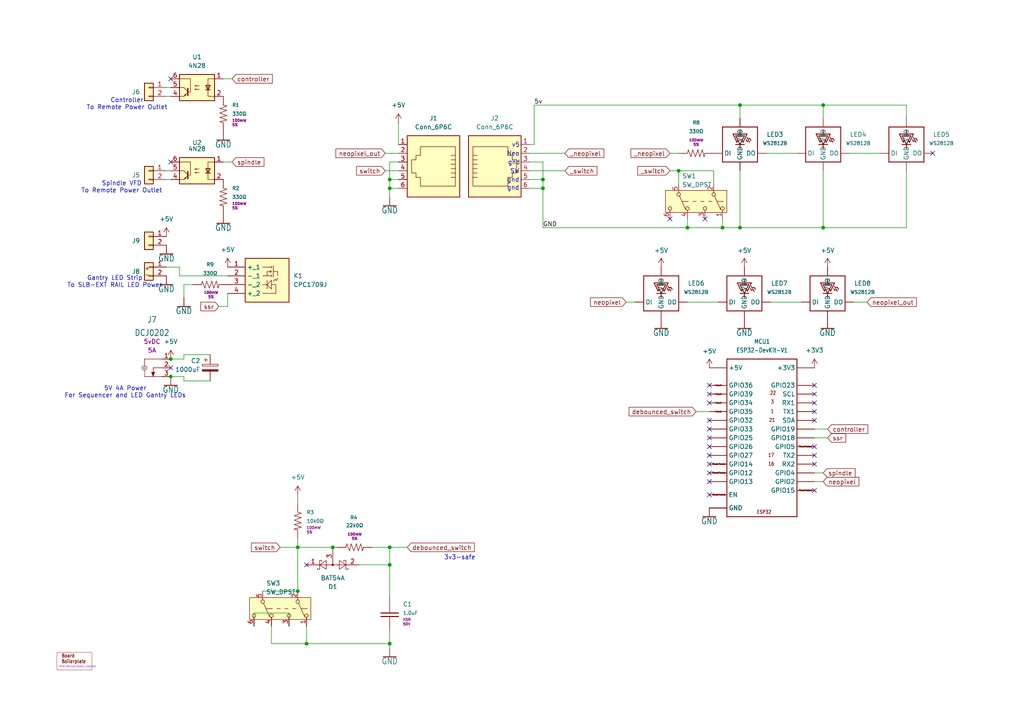
<source format=kicad_sch>
(kicad_sch (version 20250114) (generator "eeschema") (generator_version "9.0")
  (paper "A4")
  (title_block (title "Altmill Remote Power Sequencer") (date "2025-12-03") (rev "A") (company "SPCoast"))
  (lib_symbols
    (symbol "Device:C_Polarized" (pin_numbers (hide yes)) (pin_names (offset 0.254))
      (property "Reference" "C" (at 0.635 2.54 0))
      (property "Value" "C_Polarized" (at 0.635 -2.54 0))
      (symbol "C_Polarized_0_1"
        (rectangle (start -2.286 0.508) (end 2.286 1.016))
        (polyline (pts (xy -1.778 2.286) (xy -0.762 2.286)))
        (polyline (pts (xy -1.27 2.794) (xy -1.27 1.778)))
        (rectangle (start 2.286 -0.508) (end -2.286 -1.016) (fill (type outline)))
      )
      (symbol "C_Polarized_1_1"
        (pin passive line (at 0 3.81 270) (length 2.794) (name "~") (number "1"))
        (pin passive line (at 0 -3.81 90) (length 2.794) (name "~") (number "2"))
      )
    )
    (symbol "Diode:BAT54A" (pin_names (offset 1.016))
      (property "Reference" "D" (at 0.635 -3.81 0))
      (property "Value" "BAT54A" (at -6.35 3.175 0))
      (symbol "BAT54A_0_1"
        (polyline (pts (xy -4.445 1.27) (xy -4.445 1.016)))
        (polyline (pts (xy -3.81 1.27) (xy -4.445 1.27)))
        (polyline (pts (xy -3.81 0) (xy -1.27 0)))
        (polyline (pts (xy -3.81 -1.27) (xy -3.81 1.27)))
        (polyline (pts (xy -3.81 -1.27) (xy -3.175 -1.27)))
        (polyline (pts (xy -3.175 -1.27) (xy -3.175 -1.016)))
        (polyline (pts (xy -1.905 1.27) (xy -1.905 -1.27) (xy -3.81 0) (xy -1.905 1.27)))
        (polyline (pts (xy -1.905 0) (xy 1.905 0)))
        (circle (center 0 0) (radius 0.254) (fill (type outline)))
        (polyline (pts (xy 1.27 0) (xy 3.81 0)))
        (polyline (pts (xy 1.905 1.27) (xy 1.905 -1.27) (xy 3.81 0) (xy 1.905 1.27)))
        (polyline (pts (xy 3.175 -1.27) (xy 3.175 -1.016)))
        (polyline (pts (xy 3.81 1.27) (xy 4.445 1.27)))
        (polyline (pts (xy 3.81 -1.27) (xy 3.175 -1.27)))
        (polyline (pts (xy 3.81 -1.27) (xy 3.81 1.27)))
        (polyline (pts (xy 4.445 1.27) (xy 4.445 1.016)))
      )
      (symbol "BAT54A_1_1"
        (pin passive line (at -7.62 0 0) (length 3.81) (name "~") (number "1"))
        (pin passive line (at 0 -5.08 90) (length 5.08) (name "~") (number "3"))
        (pin passive line (at 7.62 0 180) (length 3.81) (name "~") (number "2"))
      )
    )
    (symbol "Isolator:4N28" (pin_names (offset 1.016))
      (property "Reference" "U" (at -5.08 5.08 0))
      (property "Value" "4N28" (at 0 5.08 0))
      (symbol "4N28_0_1"
        (rectangle (start -5.08 3.81) (end 5.08 -3.81) (stroke (width 0.254)) (fill (type background)))
        (polyline (pts (xy -5.08 -2.54) (xy -3.175 -2.54) (xy -3.175 2.54) (xy -5.08 2.54)))
        (polyline (pts (xy -3.81 -0.635) (xy -2.54 -0.635)) (stroke (width 0.254)))
        (polyline (pts (xy -3.175 -0.635) (xy -3.81 0.635) (xy -2.54 0.635) (xy -3.175 -0.635)) (stroke (width 0.254)))
        (polyline (pts (xy -0.635 0.508) (xy 0.635 0.508) (xy 0.254 0.381) (xy 0.254 0.635) (xy 0.635 0.508)))
        (polyline (pts (xy -0.635 -0.508) (xy 0.635 -0.508) (xy 0.254 -0.635) (xy 0.254 -0.381) (xy 0.635 -0.508)))
        (polyline (pts (xy 2.667 -0.254) (xy 2.667 -2.286) (xy 2.667 -2.286)) (stroke (width 0.3556)))
        (polyline (pts (xy 2.667 -1.143) (xy 3.81 0)))
        (polyline (pts (xy 2.667 -1.397) (xy 3.81 -2.54)))
        (polyline (pts (xy 3.683 -2.413) (xy 3.429 -1.905) (xy 3.175 -2.159) (xy 3.683 -2.413)))
        (polyline (pts (xy 3.81 0) (xy 5.08 0)))
        (polyline (pts (xy 3.81 -2.54) (xy 5.08 -2.54)))
        (polyline (pts (xy 5.08 2.54) (xy 1.905 2.54) (xy 1.905 -1.27) (xy 2.54 -1.27)))
      )
      (symbol "4N28_1_1"
        (pin passive line (at -7.62 2.54 0) (length 2.54) (name "~") (number "1"))
        (pin passive line (at -7.62 -2.54 0) (length 2.54) (name "~") (number "2"))
        (pin no_connect line (at -5.08 0 0) (length 2.54) (hide yes) (name "NC") (number "3"))
        (pin passive line (at 7.62 2.54 180) (length 2.54) (name "~") (number "6"))
        (pin passive line (at 7.62 0 180) (length 2.54) (name "~") (number "5"))
        (pin passive line (at 7.62 -2.54 180) (length 2.54) (name "~") (number "4"))
      )
    )
    (symbol "PCM_SPCoast:Board" (pin_numbers (hide yes)) (pin_names (offset 0) (hide yes))
      (symbol "Board_1_0"
        (polyline (pts (xy -5.08 2.286) (xy -5.08 0)) (stroke (width 0.0002)))
        (polyline (pts (xy -5.08 0) (xy -5.08 -2.286)) (stroke (width 0.0002)))
        (arc (start -5.08 2.286) (mid -5.0056 2.4656) (end -4.826 2.54) (stroke (width 0.0002)))
        (arc (start -4.826 -2.54) (mid -5.0056 -2.4656) (end -5.08 -2.286) (stroke (width 0.0002)))
        (polyline (pts (xy -4.826 -2.54) (xy -3.81 -2.54)) (stroke (width 0.0002)))
        (polyline (pts (xy -3.81 -2.54) (xy 4.826 -2.54)) (stroke (width 0.0002)))
        (polyline (pts (xy -1.27 2.54) (xy -4.826 2.54)) (stroke (width 0.0002)))
        (polyline (pts (xy 4.826 2.54) (xy -1.27 2.54)) (stroke (width 0.0002)))
        (arc (start 4.826 2.54) (mid 5.0056 2.4656) (end 5.08 2.286) (stroke (width 0.0002)))
        (arc (start 5.08 -2.286) (mid 5.0068 -2.4668) (end 4.826 -2.54) (stroke (width 0.0002)))
        (polyline (pts (xy 5.08 1.27) (xy 5.08 2.286)) (stroke (width 0.0002)))
        (polyline (pts (xy 5.08 -2.286) (xy 5.08 1.27)) (stroke (width 0.0002)))
        (text "Board\nBoilerplate" (at -3.81 -0.635 0) (effects (font (size 1.016 0.8636)) (justify left bottom)))
      )
    )
    (symbol "PCM_SPCoast:C" (pin_numbers (hide yes)) (pin_names (offset 0.254))
      (property "Reference" "C" (at 0.508 3.302 0))
      (property "Value" "uF" (at 0.762 1.27 0))
      (property "Temperature Coefficient" "X5R" (at 0.762 -2.032 0))
      (property "Voltage" "50V" (at 0.762 -3.302 0))
      (symbol "C_1_0"
        (polyline (pts (xy -2.54 0) (xy 2.54 0)) (stroke (width 0.3048)))
        (polyline (pts (xy -2.54 -1.016) (xy 2.54 -1.016)) (stroke (width 0.3048)))
        (polyline (pts (xy 0 2.54) (xy 0 0)) (stroke (width 0.1524)))
        (polyline (pts (xy 0 -1.016) (xy 0 -2.54)) (stroke (width 0.1524)))
        (pin passive line (at 0 5.08 270) (length 2.54) (name "1") (number "1"))
        (pin passive line (at 0 -5.08 90) (length 2.54) (name "2") (number "2"))
      )
    )
    (symbol "PCM_SPCoast:Conn_01x02" (pin_names (offset 1.016) (hide yes))
      (property "Reference" "J" (at 0 2.54 0))
      (symbol "Conn_01x02_1_1"
        (rectangle (start -1.27 1.27) (end 1.27 -3.81) (stroke (width 0.254)) (fill (type background)))
        (rectangle (start -1.27 0.127) (end 0 -0.127) (stroke (width 0.1524)))
        (rectangle (start -1.27 -2.413) (end 0 -2.667) (stroke (width 0.1524)))
        (pin passive line (at -5.08 0 0) (length 3.81) (name "Pin_1") (number "1"))
        (pin passive line (at -5.08 -2.54 0) (length 3.81) (name "Pin_2") (number "2"))
      )
    )
    (symbol "PCM_SPCoast:Conn_6P6C" (pin_names (offset 1.016))
      (property "Reference" "J" (at -6.858 8.89 0))
      (property "Value" "Conn_6P6C" (at 0.762 8.89 0))
      (symbol "Conn_6P6C_0_1"
        (polyline (pts (xy -6.35 4.445) (xy -6.35 -6.985) (xy 3.81 -6.985) (xy 3.81 -4.445) (xy 5.08 -4.445) (xy 5.08 -3.175) (xy 6.35 -3.175) (xy 6.35 0.635) (xy 5.08 0.635) (xy 5.08 1.905) (xy 3.81 1.905) (xy 3.81 4.445) (xy -6.35 4.445) (xy -6.35 4.445)))
        (polyline (pts (xy -6.35 1.905) (xy -5.08 1.905) (xy -5.08 1.905)))
        (polyline (pts (xy -6.35 0.635) (xy -5.08 0.635) (xy -5.08 0.635)))
        (polyline (pts (xy -6.35 -0.635) (xy -5.08 -0.635) (xy -5.08 -0.635)))
        (polyline (pts (xy -6.35 -1.905) (xy -5.08 -1.905) (xy -5.08 -1.905)))
        (polyline (pts (xy -6.35 -3.175) (xy -5.08 -3.175) (xy -5.08 -3.175)))
        (polyline (pts (xy -5.08 -4.445) (xy -6.35 -4.445) (xy -6.35 -4.445)))
        (rectangle (start 7.62 -10.16) (end -7.62 7.62) (stroke (width 0.254)) (fill (type background)))
      )
      (symbol "Conn_6P6C_1_1"
        (pin passive line (at 10.16 5.08 180) (length 2.54) (name "~") (number "1"))
        (pin passive line (at 10.16 2.54 180) (length 2.54) (name "~") (number "2"))
        (pin passive line (at 10.16 0 180) (length 2.54) (name "~") (number "3"))
        (pin passive line (at 10.16 -2.54 180) (length 2.54) (name "~") (number "4"))
        (pin passive line (at 10.16 -5.08 180) (length 2.54) (name "~") (number "5"))
        (pin passive line (at 10.16 -7.62 180) (length 2.54) (name "~") (number "6"))
      )
    )
    (symbol "PCM_SPCoast:Conn_DC-POWER"
      (property "Reference" "J" (at -0.254 4.826 0))
      (property "Value" "DCJ0202" (at -2.54 -6.35 0))
      (property "Voltage" "5vDC" (at -4.826 1.778 0))
      (property "Amperage" "3A" (at -6.096 -1.524 0))
      (symbol "Conn_DC-POWER_1_0"
        (polyline (pts (xy 0 2.54) (xy 0.005 0.3301)) (stroke (width 0.1524)))
        (polyline (pts (xy 0 2.54) (xy 5.08 2.54)) (stroke (width 0.1524)))
        (circle (center 0 0) (radius 0.3175) (stroke (width 0.127)))
        (arc (start 0.3175 0.635) (mid 0 -0.71) (end -0.3175 0.635) (stroke (width 0.127)))
        (polyline (pts (xy 0.003 -0.7781) (xy 0 -2.54)) (stroke (width 0.127)))
        (polyline (pts (xy 2.54 0) (xy 2.54 -2.54)) (stroke (width 0.1524)))
        (polyline (pts (xy 2.54 -2.54) (xy 0 -2.54)) (stroke (width 0.1524)))
        (polyline (pts (xy 2.54 -2.54) (xy 2.032 -1.27) (xy 3.048 -1.27)) (stroke (width 0.1524)) (fill (type outline)))
        (polyline (pts (xy 5.08 0) (xy 2.54 0)) (stroke (width 0.1524)))
        (polyline (pts (xy 5.08 -2.54) (xy 2.54 -2.54)) (stroke (width 0.1524)))
        (pin power_out line (at 7.62 2.54 180) (length 2.54) (name "1") (number "1"))
        (pin output line (at 7.62 0 180) (length 2.54) (name "2") (number "2"))
        (pin power_out line (at 7.62 -2.54 180) (length 2.54) (name "3") (number "3"))
      )
    )
    (symbol "PCM_SPCoast:GND" (power)
      (symbol "GND_1_0"
        (polyline (pts (xy -1.905 0) (xy 1.905 0)) (stroke (width 0.254)))
        (pin power_in line (at 0 2.54 270) (length 2.54) (name "GND") (number "1"))
      )
    )
    (symbol "PCM_SPCoast:MCU-ESP32_DevKit_V1" (pin_numbers (hide yes))
      (property "Reference" "MCU0" (at -10.16 24.13 0))
      (property "Value" "ESP32-DevKit-V1" (at -4.318 24.13 0))
      (symbol "MCU-ESP32_DevKit_V1_1_0"
        (polyline (pts (xy -10.16 22.86) (xy 10.16 22.86)) (stroke (width 0.254)))
        (polyline (pts (xy -10.16 -22.86) (xy -10.16 22.86)) (stroke (width 0.254)))
        (polyline (pts (xy 10.16 22.86) (xy 10.16 -22.86)) (stroke (width 0.254)))
        (polyline (pts (xy 10.16 -22.86) (xy -10.16 -22.86)) (stroke (width 0.254)))
        (text "Restricted" (at -14.478 -7.874 0) (effects (font (size 0.508 0.508)) (justify left bottom)))
        (text "Restricted" (at -14.478 -10.414 0) (effects (font (size 0.508 0.508)) (justify left bottom)))
        (text "Restricted" (at -14.478 -16.764 0) (effects (font (size 0.508 0.508)) (justify left bottom)))
        (text "Input" (at -13.716 14.986 0) (effects (font (size 0.508 0.508)) (justify left bottom)))
        (text "Input" (at -13.716 12.446 0) (effects (font (size 0.508 0.508)) (justify left bottom)))
        (text "Input" (at -13.716 9.906 0) (effects (font (size 0.508 0.508)) (justify left bottom)))
        (text "Input" (at -13.716 7.366 0) (effects (font (size 0.508 0.508)) (justify left bottom)))
        (text "ESP32" (at -1.524 -22.098 0) (effects (font (size 1.016 0.8636)) (justify left bottom)))
        (text "17" (at 1.778 -5.588 0) (effects (font (size 1.016 0.8636)) (justify left bottom)))
        (text "16" (at 1.778 -8.128 0) (effects (font (size 1.016 0.8636)) (justify left bottom)))
        (text "21" (at 2.032 4.572 0) (effects (font (size 1.016 0.8636)) (justify left bottom)))
        (text "22" (at 2.286 12.446 0) (effects (font (size 1.016 0.8636)) (justify left bottom)))
        (text "3" (at 2.54 9.906 0) (effects (font (size 1.016 0.8636)) (justify left bottom)))
        (text "1" (at 2.54 7.112 0) (effects (font (size 1.016 0.8636)) (justify left bottom)))
        (text "Restricted" (at 10.668 -2.794 0) (effects (font (size 0.508 0.508)) (justify left bottom)))
        (text "Restricted" (at 10.668 -15.494 0) (effects (font (size 0.508 0.508)) (justify left bottom)))
        (pin power_in line (at -15.24 20.32 0) (length 5.08) (name "+5V") (number "5V"))
        (pin input line (at -15.24 15.24 0) (length 5.08) (name "GPIO36") (number "IO36"))
        (pin input line (at -15.24 12.7 0) (length 5.08) (name "GPIO39") (number "IO39"))
        (pin input line (at -15.24 10.16 0) (length 5.08) (name "GPIO34") (number "IO34"))
        (pin input line (at -15.24 7.62 0) (length 5.08) (name "GPIO35") (number "IO35"))
        (pin bidirectional line (at -15.24 5.08 0) (length 5.08) (name "GPIO32") (number "IO32"))
        (pin bidirectional line (at -15.24 2.54 0) (length 5.08) (name "GPIO33") (number "IO33"))
        (pin bidirectional line (at -15.24 0 0) (length 5.08) (name "GPIO25") (number "IO25"))
        (pin bidirectional line (at -15.24 -2.54 0) (length 5.08) (name "GPIO26") (number "IO26"))
        (pin bidirectional line (at -15.24 -5.08 0) (length 5.08) (name "GPIO27") (number "IO27"))
        (pin bidirectional line (at -15.24 -7.62 0) (length 5.08) (name "GPIO14") (number "IO14"))
        (pin bidirectional line (at -15.24 -10.16 0) (length 5.08) (name "GPIO12") (number "IO12"))
        (pin bidirectional line (at -15.24 -12.7 0) (length 5.08) (name "GPIO13") (number "IO13"))
        (pin input line (at -15.24 -16.51 0) (length 5.08) (name "EN") (number "EN"))
        (pin power_in line (at -15.24 -20.32 0) (length 5.08) (name "GND") (number "GND"))
        (pin power_in line (at -15.24 -20.32 0) (length 5.08) (name "GND") (number "GND@1"))
        (pin power_out line (at 15.24 20.32 180) (length 5.08) (name "+3V3") (number "3V3"))
        (pin bidirectional line (at 15.24 15.24 180) (length 5.08) (name "GPIO23") (number "IO23"))
        (pin bidirectional line (at 15.24 12.7 180) (length 5.08) (name "SCL") (number "SCL"))
        (pin bidirectional line (at 15.24 10.16 180) (length 5.08) (name "RX1") (number "RX1"))
        (pin bidirectional line (at 15.24 7.62 180) (length 5.08) (name "TX1") (number "TX1"))
        (pin bidirectional line (at 15.24 5.08 180) (length 5.08) (name "SDA") (number "SDA"))
        (pin bidirectional line (at 15.24 2.54 180) (length 5.08) (name "GPIO19") (number "IO19"))
        (pin bidirectional line (at 15.24 0 180) (length 5.08) (name "GPIO18") (number "IO18"))
        (pin bidirectional line (at 15.24 -2.54 180) (length 5.08) (name "GPIO5") (number "IO5"))
        (pin bidirectional line (at 15.24 -5.08 180) (length 5.08) (name "TX2") (number "TX2"))
        (pin bidirectional line (at 15.24 -7.62 180) (length 5.08) (name "RX2") (number "RX2"))
        (pin bidirectional line (at 15.24 -10.16 180) (length 5.08) (name "GPIO4") (number "IO4"))
        (pin bidirectional line (at 15.24 -12.7 180) (length 5.08) (name "GPIO2") (number "IO2"))
        (pin bidirectional line (at 15.24 -15.24 180) (length 5.08) (name "GPIO15") (number "IO15"))
      )
    )
    (symbol "PCM_SPCoast:R" (pin_numbers (hide yes)) (pin_names (offset 0))
      (property "Reference" "R" (at 1.778 2.032 0))
      (property "Value" "Ω" (at 1.778 0.508 0))
      (property "W" "100mW" (at 1.778 -1.524 0))
      (property "Tolerance" "5%" (at 1.778 -2.794 0))
      (symbol "R_1_0"
        (polyline (pts (xy -1.016 1.524) (xy 1.016 1.016)) (stroke (width 0.1524)))
        (polyline (pts (xy -1.016 0.254) (xy 1.016 -0.508)) (stroke (width 0.1524)))
        (polyline (pts (xy -1.016 -1.016) (xy 1.016 -1.778)) (stroke (width 0.1524)))
        (polyline (pts (xy -1.016 -2.286) (xy 0 -2.54)) (stroke (width 0.1524)))
        (polyline (pts (xy 0 2.54) (xy 1.016 2.286)) (stroke (width 0.1524)))
        (polyline (pts (xy 1.016 2.286) (xy -1.016 1.524)) (stroke (width 0.1524)))
        (polyline (pts (xy 1.016 1.016) (xy -1.016 0.254)) (stroke (width 0.1524)))
        (polyline (pts (xy 1.016 -0.508) (xy -1.016 -1.016)) (stroke (width 0.1524)))
        (polyline (pts (xy 1.016 -1.778) (xy -1.016 -2.286)) (stroke (width 0.1524)))
        (pin passive line (at 0 5.08 270) (length 2.54) (name "1") (number "1"))
        (pin passive line (at 0 -5.08 90) (length 2.54) (name "2") (number "2"))
      )
    )
    (symbol "PCM_SPCoast:Relay_CPC1709J"
      (property "Reference" "K" (at 19.05 7.62 0))
      (property "Value" "Relay_CPC1709J" (at 19.05 5.08 0))
      (symbol "Relay_CPC1709J_0_1"
        (polyline (pts (xy 10.16 0) (xy 12.7 0)))
        (polyline (pts (xy 10.16 -2.54) (xy 11.43 -2.54) (xy 11.43 -1.27) (xy 12.3149 -1.2718)))
        (polyline (pts (xy 11.43 -2.54) (xy 12.7 -2.54)))
        (polyline (pts (xy 11.43 -5.08) (xy 10.16 -5.08)))
        (polyline (pts (xy 11.43 -5.08) (xy 11.43 -3.81)))
        (polyline (pts (xy 11.43 -5.08) (xy 11.43 -6.35) (xy 11.43 -5.08) (xy 12.7 -3.81) (xy 12.7 -6.35) (xy 11.43 -5.08)))
        (polyline (pts (xy 12.693 -2.2241) (xy 12.707 -2.8558)))
        (polyline (pts (xy 12.7 0.3368) (xy 12.7 -0.3368)))
        (polyline (pts (xy 12.7 -5.08) (xy 13.97 -5.08) (xy 13.97 -7.62) (xy 10.16 -7.62)))
        (polyline (pts (xy 12.7308 -1.2718) (xy 12.3115 -1.0078) (xy 12.3255 -1.5833) (xy 12.7325 -1.2745)))
        (polyline (pts (xy 13.2171 -1.2745) (xy 14.4871 -1.2745) (xy 14.4871 -2.5445)))
        (polyline (pts (xy 13.2238 0.4238) (xy 13.2098 -2.9168)))
        (polyline (pts (xy 13.7829 -3.5088) (xy 13.2044 -4.1823)))
        (polyline (pts (xy 13.8695 -3.4782) (xy 13.9677 -3.9133)))
        (polyline (pts (xy 14.6079 -3.1976) (xy 14.0294 -3.8711)))
      )
      (symbol "Relay_CPC1709J_1_1"
        (rectangle (start 5.08 2.54) (end 17.78 -10.16) (stroke (width 0.254)) (fill (type background)))
        (pin passive line (at 0 0 0) (length 5.08) (name "+_1") (number "1"))
        (pin passive line (at 0 -2.54 0) (length 5.08) (name "-_1") (number "2"))
        (pin passive line (at 0 -5.08 0) (length 5.08) (name "-_2") (number "3"))
        (pin passive line (at 0 -7.62 0) (length 5.08) (name "+_2") (number "4"))
      )
    )
    (symbol "PCM_SPCoast:WS2812B5050"
      (property "Reference" "LED" (at -5.08 8.89 0))
      (property "Value" "WS2812B" (at 0 -3.175 0))
      (symbol "WS2812B5050_1_0"
        (polyline (pts (xy -5.08 7.62) (xy -5.08 -2.54)) (stroke (width 0.254)))
        (polyline (pts (xy -5.08 -2.54) (xy 5.08 -2.54)) (stroke (width 0.254)))
        (polyline (pts (xy -2.032 5.588) (xy -0.254 5.588)) (stroke (width 0.254)))
        (polyline (pts (xy -1.27 5.08) (xy 0 5.08)) (stroke (width 0.254)))
        (polyline (pts (xy -1.27 2.54) (xy 0 2.54)) (stroke (width 0.254)))
        (polyline (pts (xy -0.889 3.175) (xy -2.032 5.588)) (stroke (width 0.254)))
        (polyline (pts (xy -0.635 3.81) (xy -1.27 5.08)) (stroke (width 0.254)))
        (polyline (pts (xy -0.635 3.81) (xy -0.889 3.175)) (stroke (width 0.254)))
        (polyline (pts (xy 0 6.731) (xy 0 5.08)) (stroke (width 0.254)))
        (polyline (pts (xy 0 5.08) (xy 1.27 5.08)) (stroke (width 0.254)))
        (polyline (pts (xy 0 2.54) (xy -0.635 3.81)) (stroke (width 0.254)))
        (polyline (pts (xy 0 2.54) (xy 0 1.27)) (stroke (width 0.254)))
        (polyline (pts (xy 0 2.54) (xy 1.27 2.54)) (stroke (width 0.254)))
        (polyline (pts (xy 0.889 3.175) (xy 0.635 3.683)) (stroke (width 0.254)))
        (polyline (pts (xy 0.889 3.175) (xy 2.032 5.588)) (stroke (width 0.254)))
        (polyline (pts (xy 1.27 5.08) (xy 0 2.54)) (stroke (width 0.254)))
        (polyline (pts (xy 2.032 5.588) (xy 0.254 5.588)) (stroke (width 0.254)))
        (polyline (pts (xy 2.032 3.429) (xy 1.778 3.937)) (stroke (width 0.254)))
        (polyline (pts (xy 2.286 4.064) (xy 2.032 4.572)) (stroke (width 0.254)))
        (polyline (pts (xy 2.54 3.683) (xy 2.032 3.429)) (stroke (width 0.254)))
        (polyline (pts (xy 2.794 4.318) (xy 2.286 4.064)) (stroke (width 0.254)))
        (polyline (pts (xy 2.794 3.175) (xy 2.54 3.683)) (stroke (width 0.254)))
        (polyline (pts (xy 3.175 3.683) (xy 2.921 4.191)) (stroke (width 0.254)))
        (polyline (pts (xy 5.08 7.62) (xy -5.08 7.62)) (stroke (width 0.254)))
        (polyline (pts (xy 5.08 -2.54) (xy 5.08 7.62)) (stroke (width 0.254)))
        (pin input line (at -7.62 0 0) (length 2.54) (name "DI") (number "4-DIN"))
        (pin power_in line (at 0 10.16 270) (length 2.54) (name "VDD") (number "1-VDD"))
        (pin power_in line (at 0 -5.08 90) (length 2.54) (name "GND") (number "3-GND"))
        (pin output line (at 7.62 0 180) (length 2.54) (name "DO") (number "2-DOUT"))
      )
    )
    (symbol "Switch:SW_Push_DPDT" (pin_names (offset 0) (hide yes))
      (property "Reference" "SW" (at 0 10.16 0))
      (property "Value" "SW_Push_DPDT" (at 0 -10.16 0))
      (symbol "SW_Push_DPDT_0_0"
        (circle (center -2.032 5.08) (radius 0.508))
        (circle (center -2.032 -5.08) (radius 0.508))
        (circle (center 2.032 2.54) (radius 0.508))
        (circle (center 2.032 -7.62) (radius 0.508))
      )
      (symbol "SW_Push_DPDT_0_1"
        (polyline (pts (xy -1.524 5.334) (xy 2.3368 7.0612)))
        (polyline (pts (xy -1.524 -4.826) (xy 2.3368 -3.0988)))
        (polyline (pts (xy 0 7.874) (xy 0 6.096)))
        (polyline (pts (xy 0 3.556) (xy 0 4.572)))
        (polyline (pts (xy 0 1.27) (xy 0 2.286)))
        (polyline (pts (xy 0 -1.016) (xy 0 0)))
        (polyline (pts (xy 0 -2.286) (xy 0 -4.064)))
        (circle (center 2.032 7.62) (radius 0.508))
        (circle (center 2.032 -2.54) (radius 0.508))
      )
      (symbol "SW_Push_DPDT_1_1"
        (rectangle (start -3.175 8.89) (end 3.175 -8.89) (fill (type background)))
        (pin passive line (at -5.08 5.08 0) (length 2.54) (name "B") (number "2"))
        (pin passive line (at -5.08 -5.08 0) (length 2.54) (name "B") (number "5"))
        (pin passive line (at 5.08 7.62 180) (length 2.54) (name "A") (number "1"))
        (pin passive line (at 5.08 2.54 180) (length 2.54) (name "C") (number "3"))
        (pin passive line (at 5.08 -2.54 180) (length 2.54) (name "A") (number "4"))
        (pin passive line (at 5.08 -7.62 180) (length 2.54) (name "C") (number "6"))
      )
    )
    (symbol "power:+3V3" (power) (pin_numbers (hide yes)) (pin_names (offset 0) (hide yes))
      (property "Value" "+3V3" (at 0 3.556 0))
      (symbol "+3V3_0_1"
        (polyline (pts (xy -0.762 1.27) (xy 0 2.54)))
        (polyline (pts (xy 0 2.54) (xy 0.762 1.27)))
        (polyline (pts (xy 0 0) (xy 0 2.54)))
      )
      (symbol "+3V3_1_1"
        (pin power_in line (at 0 0 90) (length 0) (name "~") (number "1"))
      )
    )
    (symbol "power:+5V" (power) (pin_numbers (hide yes)) (pin_names (offset 0) (hide yes))
      (property "Value" "+5V" (at 0 3.556 0))
      (symbol "+5V_0_1"
        (polyline (pts (xy -0.762 1.27) (xy 0 2.54)))
        (polyline (pts (xy 0 2.54) (xy 0.762 1.27)))
        (polyline (pts (xy 0 0) (xy 0 2.54)))
      )
      (symbol "+5V_1_1"
        (pin power_in line (at 0 0 90) (length 0) (name "~") (number "1"))
      )
    )
  )
  (text "Spindle VFD\nTo Remote Power Outlet" (at 35.306 54.356 0) (effects (font (size 1.27 1.27))))
  (text "v5" (at 149.606 42.164 0) (effects (font (size 1.27 1.27))))
  (text "Gantry LED Strip\nTo SLB-EXT RAIL LED Power" (at 33.274 81.788 0) (effects (font (size 1.27 1.27))))
  (text "gnd" (at 149.098 47.244 0) (effects (font (size 1.27 1.27))))
  (text "gnd" (at 148.844 52.324 0) (effects (font (size 1.27 1.27))))
  (text "gnd" (at 148.844 54.61 0) (effects (font (size 1.27 1.27))))
  (text "+\n-" (at 42.672 78.994 0) (effects (font (size 1.143 1.143))))
  (text "5V 4A Power\nFor Sequencer and LED Gantry LEDs" (at 36.322 113.792 0) (effects (font (size 1.27 1.27))))
  (text "SW" (at 149.352 49.784 0) (effects (font (size 1.27 1.27))))
  (text "3v3-safe" (at 133.35 161.798 0) (effects (font (size 1.27 1.27))))
  (text "Neo" (at 148.844 44.704 0) (effects (font (size 1.27 1.27))))
  (text "Controller\nTo Remote Power Outlet" (at 36.83 30.226 0) (effects (font (size 1.27 1.27))))
  (junction (at 113.03 163.83))
  (junction (at 113.03 52.07))
  (junction (at 49.53 109.22))
  (junction (at 113.03 158.75))
  (junction (at 209.55 66.04))
  (junction (at 238.76 30.48))
  (junction (at 196.85 49.53))
  (junction (at 96.52 158.75))
  (junction (at 157.48 52.07))
  (junction (at 199.39 66.04))
  (junction (at 49.53 104.14))
  (junction (at 214.63 66.04))
  (junction (at 113.03 186.69))
  (junction (at 214.63 30.48))
  (junction (at 113.03 54.61))
  (junction (at 238.76 66.04))
  (junction (at 86.36 158.75))
  (junction (at 157.48 54.61))
  (junction (at 88.9 186.69))
  (junction (at 86.36 171.45))
  (no_connect (at 236.22 119.38))
  (no_connect (at 236.22 116.84))
  (no_connect (at 205.74 116.84))
  (no_connect (at 88.9 163.83))
  (no_connect (at 205.74 129.54))
  (no_connect (at 49.53 106.68))
  (no_connect (at 205.74 132.08))
  (no_connect (at 205.74 121.92))
  (no_connect (at 205.74 137.16))
  (no_connect (at 205.74 124.46))
  (no_connect (at 236.22 132.08))
  (no_connect (at 205.74 111.76))
  (no_connect (at 236.22 134.62))
  (no_connect (at 236.22 142.24))
  (no_connect (at 49.53 46.99))
  (no_connect (at 205.74 114.3))
  (no_connect (at 205.74 139.7))
  (no_connect (at 205.74 134.62))
  (no_connect (at 205.74 127))
  (no_connect (at 236.22 114.3))
  (no_connect (at 236.22 111.76))
  (no_connect (at 194.31 63.5))
  (no_connect (at 204.47 63.5))
  (no_connect (at 270.51 44.45))
  (no_connect (at 236.22 121.92))
  (no_connect (at 49.53 22.86))
  (no_connect (at 236.22 129.54))
  (no_connect (at 205.74 143.51))
  (wire (pts (xy 196.85 49.53) (xy 207.01 49.53)))
  (wire (pts (xy 86.36 156.21) (xy 86.36 158.75)))
  (wire (pts (xy 52.07 77.47) (xy 48.26 77.47)))
  (wire (pts (xy 163.83 49.53) (xy 153.67 49.53)))
  (wire (pts (xy 223.52 87.63) (xy 232.41 87.63)))
  (wire (pts (xy 247.65 87.63) (xy 251.46 87.63)))
  (wire (pts (xy 199.39 66.04) (xy 209.55 66.04)))
  (wire (pts (xy 53.34 104.14) (xy 49.53 104.14)))
  (wire (pts (xy 205.74 119.38) (xy 201.93 119.38)))
  (wire (pts (xy 86.36 146.05) (xy 86.36 143.51)))
  (wire (pts (xy 115.57 46.99) (xy 113.03 46.99)))
  (wire (pts (xy 246.38 44.45) (xy 255.27 44.45)))
  (wire (pts (xy 240.03 127) (xy 236.22 127)))
  (wire (pts (xy 96.52 158.75) (xy 97.79 158.75)))
  (wire (pts (xy 157.48 54.61) (xy 153.67 54.61)))
  (wire (pts (xy 214.63 30.48) (xy 214.63 34.29)))
  (wire (pts (xy 207.01 49.53) (xy 207.01 53.34)))
  (wire (pts (xy 66.04 80.01) (xy 52.07 80.01)))
  (wire (pts (xy 199.39 66.04) (xy 199.39 63.5)))
  (wire (pts (xy 83.82 177.8) (xy 73.66 177.8)))
  (wire (pts (xy 236.22 124.46) (xy 240.03 124.46)))
  (wire (pts (xy 53.34 109.22) (xy 49.53 109.22)))
  (wire (pts (xy 113.03 186.69) (xy 113.03 187.96)))
  (wire (pts (xy 238.76 30.48) (xy 238.76 34.29)))
  (wire (pts (xy 88.9 186.69) (xy 113.03 186.69)))
  (wire (pts (xy 157.48 66.04) (xy 199.39 66.04)))
  (wire (pts (xy 238.76 66.04) (xy 262.89 66.04)))
  (wire (pts (xy 153.67 46.99) (xy 157.48 46.99)))
  (wire (pts (xy 157.48 46.99) (xy 157.48 52.07)))
  (wire (pts (xy 262.89 66.04) (xy 262.89 49.53)))
  (wire (pts (xy 48.26 52.07) (xy 49.53 52.07)))
  (wire (pts (xy 238.76 30.48) (xy 262.89 30.48)))
  (wire (pts (xy 104.14 163.83) (xy 113.03 163.83)))
  (wire (pts (xy 86.36 158.75) (xy 86.36 171.45)))
  (wire (pts (xy 113.03 46.99) (xy 113.03 52.07)))
  (wire (pts (xy 154.94 30.48) (xy 214.63 30.48)))
  (wire (pts (xy 78.74 186.69) (xy 88.9 186.69)))
  (wire (pts (xy 238.76 66.04) (xy 238.76 49.53)))
  (wire (pts (xy 209.55 66.04) (xy 209.55 63.5)))
  (wire (pts (xy 83.82 181.61) (xy 83.82 177.8)))
  (wire (pts (xy 262.89 30.48) (xy 262.89 34.29)))
  (wire (pts (xy 163.83 44.45) (xy 153.67 44.45)))
  (wire (pts (xy 157.48 66.04) (xy 157.48 54.61)))
  (wire (pts (xy 111.76 49.53) (xy 115.57 49.53)))
  (wire (pts (xy 73.66 177.8) (xy 73.66 181.61)))
  (wire (pts (xy 113.03 158.75) (xy 118.11 158.75)))
  (wire (pts (xy 53.34 102.87) (xy 53.34 104.14)))
  (wire (pts (xy 115.57 35.56) (xy 115.57 41.91)))
  (wire (pts (xy 194.31 49.53) (xy 196.85 49.53)))
  (wire (pts (xy 154.94 30.48) (xy 154.94 41.91)))
  (wire (pts (xy 48.26 49.53) (xy 49.53 49.53)))
  (wire (pts (xy 214.63 49.53) (xy 214.63 66.04)))
  (wire (pts (xy 60.96 102.87) (xy 53.34 102.87)))
  (wire (pts (xy 66.04 88.9) (xy 66.04 85.09)))
  (wire (pts (xy 222.25 44.45) (xy 231.14 44.45)))
  (wire (pts (xy 60.96 110.49) (xy 53.34 110.49)))
  (wire (pts (xy 88.9 186.69) (xy 88.9 181.61)))
  (wire (pts (xy 238.76 139.7) (xy 236.22 139.7)))
  (wire (pts (xy 113.03 163.83) (xy 113.03 172.72)))
  (wire (pts (xy 115.57 44.45) (xy 111.76 44.45)))
  (wire (pts (xy 214.63 66.04) (xy 238.76 66.04)))
  (wire (pts (xy 113.03 54.61) (xy 113.03 57.15)))
  (wire (pts (xy 181.61 87.63) (xy 184.15 87.63)))
  (wire (pts (xy 53.34 82.55) (xy 55.88 82.55)))
  (wire (pts (xy 64.77 22.86) (xy 67.31 22.86)))
  (wire (pts (xy 53.34 110.49) (xy 53.34 109.22)))
  (wire (pts (xy 64.77 46.99) (xy 67.31 46.99)))
  (wire (pts (xy 52.07 80.01) (xy 52.07 77.47)))
  (wire (pts (xy 196.85 49.53) (xy 196.85 53.34)))
  (wire (pts (xy 81.28 158.75) (xy 86.36 158.75)))
  (wire (pts (xy 209.55 66.04) (xy 214.63 66.04)))
  (wire (pts (xy 113.03 158.75) (xy 113.03 163.83)))
  (wire (pts (xy 194.31 44.45) (xy 196.85 44.45)))
  (wire (pts (xy 157.48 52.07) (xy 157.48 54.61)))
  (wire (pts (xy 115.57 54.61) (xy 113.03 54.61)))
  (wire (pts (xy 48.26 25.4) (xy 49.53 25.4)))
  (wire (pts (xy 154.94 41.91) (xy 153.67 41.91)))
  (wire (pts (xy 86.36 158.75) (xy 96.52 158.75)))
  (wire (pts (xy 76.2 171.45) (xy 86.36 171.45)))
  (wire (pts (xy 78.74 181.61) (xy 78.74 186.69)))
  (wire (pts (xy 153.67 52.07) (xy 157.48 52.07)))
  (wire (pts (xy 107.95 158.75) (xy 113.03 158.75)))
  (wire (pts (xy 214.63 30.48) (xy 238.76 30.48)))
  (wire (pts (xy 63.5 88.9) (xy 66.04 88.9)))
  (wire (pts (xy 53.34 82.55) (xy 53.34 86.36)))
  (wire (pts (xy 113.03 52.07) (xy 113.03 54.61)))
  (wire (pts (xy 48.26 27.94) (xy 49.53 27.94)))
  (wire (pts (xy 113.03 182.88) (xy 113.03 186.69)))
  (wire (pts (xy 199.39 87.63) (xy 208.28 87.63)))
  (wire (pts (xy 115.57 52.07) (xy 113.03 52.07)))
  (wire (pts (xy 236.22 137.16) (xy 238.76 137.16)))
  (label "GND" (at 157.48 66.04 0))
  (label "5v" (at 154.94 30.48 0))
  (global_label "neopixel_out" (shape input) (at 111.76 44.45 180) (property "Intersheetrefs" "${INTERSHEET_REFS}" (effects (hide yes))))
  (global_label "debounced_switch" (shape input) (at 118.11 158.75 0) (property "Intersheetrefs" "${INTERSHEET_REFS}" (effects (hide yes))))
  (global_label "spindle" (shape input) (at 67.31 46.99 0) (property "Intersheetrefs" "${INTERSHEET_REFS}" (effects (hide yes))))
  (global_label "_neopixel" (shape input) (at 163.83 44.45 0) (property "Intersheetrefs" "${INTERSHEET_REFS}" (effects (hide yes))))
  (global_label "neopixel" (shape input) (at 181.61 87.63 180) (property "Intersheetrefs" "${INTERSHEET_REFS}" (effects (hide yes))))
  (global_label "controller" (shape input) (at 67.31 22.86 0) (property "Intersheetrefs" "${INTERSHEET_REFS}" (effects (hide yes))))
  (global_label "ssr" (shape input) (at 63.5 88.9 180) (property "Intersheetrefs" "${INTERSHEET_REFS}" (effects (hide yes))))
  (global_label "switch" (shape input) (at 111.76 49.53 180) (property "Intersheetrefs" "${INTERSHEET_REFS}" (effects (hide yes))))
  (global_label "_switch" (shape input) (at 194.31 49.53 180) (property "Intersheetrefs" "${INTERSHEET_REFS}" (effects (hide yes))))
  (global_label "_neopixel" (shape input) (at 194.31 44.45 180) (property "Intersheetrefs" "${INTERSHEET_REFS}" (effects (hide yes))))
  (global_label "switch" (shape input) (at 81.28 158.75 180) (property "Intersheetrefs" "${INTERSHEET_REFS}" (effects (hide yes))))
  (global_label "debounced_switch" (shape input) (at 201.93 119.38 180) (property "Intersheetrefs" "${INTERSHEET_REFS}" (effects (hide yes))))
  (global_label "neopixel" (shape input) (at 238.76 139.7 0) (property "Intersheetrefs" "${INTERSHEET_REFS}" (effects (hide yes))))
  (global_label "controller" (shape input) (at 240.03 124.46 0) (property "Intersheetrefs" "${INTERSHEET_REFS}" (effects (hide yes))))
  (global_label "neopixel_out" (shape input) (at 251.46 87.63 0) (property "Intersheetrefs" "${INTERSHEET_REFS}" (effects (hide yes))))
  (global_label "spindle" (shape input) (at 238.76 137.16 0) (property "Intersheetrefs" "${INTERSHEET_REFS}" (effects (hide yes))))
  (global_label "ssr" (shape input) (at 240.03 127 0) (property "Intersheetrefs" "${INTERSHEET_REFS}" (effects (hide yes))))
  (global_label "_switch" (shape input) (at 163.83 49.53 0) (property "Intersheetrefs" "${INTERSHEET_REFS}" (effects (hide yes))))
  (symbol (lib_id "PCM_SPCoast:GND") (at 53.34 88.9 0) (unit 1)
    (property "Reference" "#GND010" (effects (hide yes)))
    (property "Value" "GND" (at 53.34 90.17 0) (effects (font (size 1.778 1.5113))))
    (property "Description" "SUPPLY SYMBOL" (effects (hide yes)))
  )
  (symbol (lib_id "PCM_SPCoast:GND") (at 48.26 82.55 0) (unit 1)
    (property "Reference" "#GND011" (effects (hide yes)))
    (property "Value" "GND" (at 48.26 83.82 0) (effects (font (size 1.778 1.5113))))
    (property "Description" "SUPPLY SYMBOL" (effects (hide yes)))
  )
  (symbol (lib_id "power:+3V3") (at 236.22 106.68 0) (unit 1)
    (property "Reference" "#PWR05" (effects (hide yes)))
    (property "Value" "+3V3" (at 236.22 101.6 0))
    (property "Description" "Power symbol creates a global label with name \"+3V3\"" (effects (hide yes)))
  )
  (symbol (lib_id "PCM_SPCoast:R") (at 64.77 33.02 0) (unit 1)
    (property "Reference" "R1" (at 67.31 30.4799 0) (effects (font (size 1.016 1.016)) (justify left)))
    (property "Value" "330Ω" (at 67.31 33.0199 0) (effects (font (size 1.016 1.016)) (justify left)))
    (property "Footprint" "PCM_SPCoast:0603-RES" (effects (hide yes)))
    (property "Description" "Resistor, US symbol" (effects (hide yes)))
    (property "W" "100mW" (at 67.31 34.925 0) (effects (font (size 0.762 0.762)) (justify left)))
    (property "Tolerance" "5%" (at 67.31 36.195 0) (effects (font (size 0.762 0.762)) (justify left)))
  )
  (symbol (lib_id "PCM_SPCoast:MCU-ESP32_DevKit_V1") (at 220.98 127 0) (unit 1) (in_bom no)
    (property "Reference" "MCU1" (at 221.0305 99.06 0) (effects (font (size 1.27 1.0795))))
    (property "Value" "ESP32-DevKit-V1" (at 221.0305 101.6 0) (effects (font (size 1.27 1.0795))))
    (property "Footprint" "PCM_SPCoast:ESP32_DevKit_V1" (effects (hide yes)))
    (property "Description" "https://www.banggood.com/ESP32-Development-Board-WiFiBluetooth-Ultra-Low-Power-Consumption-Dual-Cores-ESP-32-ESP-32S-Board-p-1109512.html" (effects (hide yes)))
  )
  (symbol (lib_id "PCM_SPCoast:WS2812B5050") (at 238.76 44.45 0) (unit 1)
    (property "Reference" "LED4" (at 248.92 39.0046 0))
    (property "Value" "WS2812B" (at 248.92 41.5446 0) (effects (font (size 1.016 1.016))))
    (property "Footprint" "PCM_SPCoast:WS2812B" (effects (hide yes)))
  )
  (symbol (lib_id "PCM_SPCoast:Conn_DC-POWER") (at 41.91 106.68 0) (unit 1) (in_bom no)
    (property "Reference" "J7" (at 44.1013 92.71 0) (effects (font (size 1.778 1.5113))))
    (property "Value" "DCJ0202" (at 44.1013 96.52 0) (effects (font (size 1.778 1.5113))))
    (property "Footprint" "PCM_SPCoast:DCJ0202" (effects (hide yes)))
    (property "Description" "DC POWER JACK" (effects (hide yes)))
    (property "Voltage" "5vDC" (at 44.1013 99.06 0))
    (property "Amperage" "5A" (at 44.1013 101.6 0))
  )
  (symbol (lib_id "PCM_SPCoast:R") (at 64.77 57.15 0) (unit 1)
    (property "Reference" "R2" (at 67.31 54.6099 0) (effects (font (size 1.016 1.016)) (justify left)))
    (property "Value" "330Ω" (at 67.31 57.1499 0) (effects (font (size 1.016 1.016)) (justify left)))
    (property "Footprint" "PCM_SPCoast:0603-RES" (effects (hide yes)))
    (property "Description" "Resistor, US symbol" (effects (hide yes)))
    (property "W" "100mW" (at 67.31 59.055 0) (effects (font (size 0.762 0.762)) (justify left)))
    (property "Tolerance" "5%" (at 67.31 60.325 0) (effects (font (size 0.762 0.762)) (justify left)))
  )
  (symbol (lib_id "PCM_SPCoast:Conn_6P6C") (at 143.51 46.99 0) (unit 1) (in_bom no)
    (property "Reference" "J2" (at 143.51 34.29 0))
    (property "Value" "Conn_6P6C" (at 143.51 36.83 0))
    (property "Footprint" "PCM_SPCoast:RJ12_TOP" (effects (hide yes)))
    (property "Description" "RJ connector, 6P6C (6 positions 6 connected), RJ12/RJ18/RJ25" (effects (hide yes)))
  )
  (symbol (lib_id "PCM_SPCoast:Conn_01x02") (at 43.18 49.53 0) (mirror y) (unit 1) (in_bom no)
    (property "Reference" "J5" (at 40.64 50.7999 0) (effects (justify left)))
    (property "Value" "Conn_01x02" (effects (hide yes)))
    (property "Footprint" "TerminalBlock_Phoenix:TerminalBlock_Phoenix_MKDS-3-2-5.08_1x02_P5.08mm_Horizontal" (effects (hide yes)))
    (property "Description" "Generic connector, single row, 01x02" (effects (hide yes)))
  )
  (symbol (lib_id "PCM_SPCoast:GND") (at 205.74 149.86 0) (unit 1)
    (property "Reference" "#GND06" (effects (hide yes)))
    (property "Value" "GND" (at 205.74 151.13 0) (effects (font (size 1.778 1.5113))))
    (property "Description" "SUPPLY SYMBOL" (effects (hide yes)))
  )
  (symbol (lib_id "PCM_SPCoast:Board") (at 21.59 191.77 0) (unit 1) (in_bom no)
    (property "Reference" "Board1" (effects (hide yes)))
    (property "Footprint" "PCM_SPCoast:Board_100x050" (at 16.891 193.294 0) (effects (font (size 0.508 0.508)) (justify left)))
    (property "Description" "Board Outline" (effects (hide yes)))
  )
  (symbol (lib_id "PCM_SPCoast:R") (at 201.93 44.45 90) (unit 1)
    (property "Reference" "R8" (at 201.93 35.56 90) (effects (font (size 1.016 1.016))))
    (property "Value" "330Ω" (at 201.93 38.1 90) (effects (font (size 1.016 1.016))))
    (property "Footprint" "PCM_SPCoast:0603-RES" (effects (hide yes)))
    (property "Description" "Resistor, US symbol" (effects (hide yes)))
    (property "W" "100mW" (at 201.93 40.64 90) (effects (font (size 0.762 0.762))))
    (property "Tolerance" "5%" (at 201.93 41.91 90) (effects (font (size 0.762 0.762))))
  )
  (symbol (lib_id "power:+5V") (at 48.26 68.58 0) (unit 1)
    (property "Reference" "#PWR010" (effects (hide yes)))
    (property "Value" "+5V" (at 48.26 63.5 0))
    (property "Description" "Power symbol creates a global label with name \"+5V\"" (effects (hide yes)))
  )
  (symbol (lib_id "power:+5V") (at 49.53 104.14 0) (unit 1)
    (property "Reference" "#PWR02" (effects (hide yes)))
    (property "Value" "+5V" (at 49.53 99.06 0))
    (property "Description" "Power symbol creates a global label with name \"+5V\"" (effects (hide yes)))
  )
  (symbol (lib_id "PCM_SPCoast:GND") (at 49.53 111.76 0) (unit 1)
    (property "Reference" "#GND07" (effects (hide yes)))
    (property "Value" "GND" (at 49.53 113.03 0) (effects (font (size 1.778 1.5113))))
    (property "Description" "SUPPLY SYMBOL" (effects (hide yes)))
  )
  (symbol (lib_id "PCM_SPCoast:R") (at 86.36 151.13 0) (unit 1)
    (property "Reference" "R3" (at 88.9 148.5899 0) (effects (font (size 1.016 1.016)) (justify left)))
    (property "Value" "10k0Ω" (at 88.9 151.1299 0) (effects (font (size 1.016 1.016)) (justify left)))
    (property "Footprint" "PCM_SPCoast:0603-RES" (effects (hide yes)))
    (property "Description" "Resistor, US symbol" (effects (hide yes)))
    (property "W" "100mW" (at 88.9 153.035 0) (effects (font (size 0.762 0.762)) (justify left)))
    (property "Tolerance" "5%" (at 88.9 154.305 0) (effects (font (size 0.762 0.762)) (justify left)))
  )
  (symbol (lib_id "PCM_SPCoast:GND") (at 215.9 95.25 0) (unit 1)
    (property "Reference" "#GND08" (effects (hide yes)))
    (property "Value" "GND" (at 215.9 96.52 0) (effects (font (size 1.778 1.5113))))
    (property "Description" "SUPPLY SYMBOL" (effects (hide yes)))
  )
  (symbol (lib_id "PCM_SPCoast:Conn_01x02") (at 43.18 68.58 0) (mirror y) (unit 1) (in_bom no)
    (property "Reference" "J9" (at 40.64 69.8499 0) (effects (justify left)))
    (property "Value" "Conn_01x02" (effects (hide yes)))
    (property "Footprint" "TerminalBlock_Phoenix:TerminalBlock_Phoenix_MKDS-3-2-5.08_1x02_P5.08mm_Horizontal" (effects (hide yes)))
    (property "Description" "Generic connector, single row, 01x02" (effects (hide yes)))
  )
  (symbol (lib_id "PCM_SPCoast:GND") (at 48.26 73.66 0) (unit 1)
    (property "Reference" "#GND012" (effects (hide yes)))
    (property "Value" "GND" (at 48.26 74.93 0) (effects (font (size 1.778 1.5113))))
    (property "Description" "SUPPLY SYMBOL" (effects (hide yes)))
  )
  (symbol (lib_id "PCM_SPCoast:GND") (at 64.77 40.64 0) (unit 1)
    (property "Reference" "#GND01" (effects (hide yes)))
    (property "Value" "GND" (at 64.77 41.91 0) (effects (font (size 1.778 1.5113))))
    (property "Description" "SUPPLY SYMBOL" (effects (hide yes)))
  )
  (symbol (lib_id "Isolator:4N28") (at 57.15 25.4 0) (mirror y) (unit 1) (in_bom no)
    (property "Reference" "U1" (at 57.15 16.51 0))
    (property "Value" "4N28" (at 57.15 19.05 0))
    (property "Footprint" "Package_DIP:DIP-6_W7.62mm" (effects (hide yes)))
    (property "Datasheet" "https://www.vishay.com/docs/83725/4n25.pdf" (effects (hide yes)))
    (property "Description" "DC Optocoupler Base Connected, Vce 30V, CTR 10%, Viso 2500V, DIP6" (effects (hide yes)))
  )
  (symbol (lib_id "PCM_SPCoast:WS2812B5050") (at 191.77 87.63 0) (unit 1)
    (property "Reference" "LED6" (at 201.93 82.1846 0))
    (property "Value" "WS2812B" (at 201.93 84.7246 0) (effects (font (size 1.016 1.016))))
    (property "Footprint" "PCM_SPCoast:WS2812B" (effects (hide yes)))
  )
  (symbol (lib_id "PCM_SPCoast:Conn_01x02") (at 43.18 77.47 0) (mirror y) (unit 1) (in_bom no)
    (property "Reference" "J8" (at 40.64 78.7399 0) (effects (justify left)))
    (property "Value" "Conn_01x02" (effects (hide yes)))
    (property "Footprint" "TerminalBlock_Phoenix:TerminalBlock_Phoenix_MKDS-3-2-5.08_1x02_P5.08mm_Horizontal" (effects (hide yes)))
    (property "Description" "Generic connector, single row, 01x02" (effects (hide yes)))
  )
  (symbol (lib_id "power:+5V") (at 240.03 77.47 0) (unit 1)
    (property "Reference" "#PWR09" (effects (hide yes)))
    (property "Value" "+5V" (at 240.03 72.644 0))
    (property "Description" "Power symbol creates a global label with name \"+5V\"" (effects (hide yes)))
  )
  (symbol (lib_id "PCM_SPCoast:GND") (at 113.03 190.5 0) (unit 1)
    (property "Reference" "#GND05" (effects (hide yes)))
    (property "Value" "GND" (at 113.03 191.77 0) (effects (font (size 1.778 1.5113))))
    (property "Description" "SUPPLY SYMBOL" (effects (hide yes)))
  )
  (symbol (lib_id "PCM_SPCoast:Conn_6P6C") (at 125.73 46.99 0) (mirror y) (unit 1) (in_bom no)
    (property "Reference" "J1" (at 125.73 34.29 0))
    (property "Value" "Conn_6P6C" (at 125.73 36.83 0))
    (property "Footprint" "PCM_SPCoast:RJ12_Amphenol_54601-x06_Horizontal" (effects (hide yes)))
    (property "Description" "RJ connector, 6P6C (6 positions 6 connected), RJ12/RJ18/RJ25" (effects (hide yes)))
  )
  (symbol (lib_id "PCM_SPCoast:C") (at 113.03 177.8 0) (unit 1)
    (property "Reference" "C1" (at 116.84 175.2599 0) (effects (justify left)))
    (property "Value" "1.0uF" (at 116.84 177.7999 0) (effects (font (size 1.016 1.016)) (justify left)))
    (property "Footprint" "PCM_SPCoast:0603-CAP" (effects (hide yes)))
    (property "Description" "Unpolarized capacitor" (effects (hide yes)))
    (property "Temperature Coefficient" "X5R" (at 116.84 179.705 0) (effects (font (size 0.762 0.762)) (justify left)))
    (property "Voltage" "50V" (at 116.84 180.975 0) (effects (font (size 0.762 0.762)) (justify left)))
  )
  (symbol (lib_id "PCM_SPCoast:Relay_CPC1709J") (at 66.04 77.47 0) (unit 1) (in_bom no)
    (property "Reference" "K1" (at 85.09 80.0099 0) (effects (justify left)))
    (property "Value" "CPC1709J" (at 85.09 82.5499 0) (effects (justify left)))
    (property "Footprint" "PCM_SPCoast:Relay_CPC1709J" (effects (hide yes)))
    (property "Datasheet" "https://www.littelfuse.com/media?resourcetype=datasheets&itemid=542a0e2b-9dbe-4c28-83b0-704319326024&filename=littelfuse-integrated-circuits-cpc1709-series-datasheet" (effects (hide yes)))
    (property "Description" "60V Single-Pole, Normally Open DC-Only Power Relay" (effects (hide yes)))
    (property "Height" "29.159" (effects (hide yes)))
    (property "Mouser Part Number" "849-CPC1709J" (effects (hide yes)))
    (property "Mouser Price/Stock" "https://www.mouser.co.uk/ProductDetail/IXYS-Integrated-Circuits/CPC1709J?qs=h2iAtNzNjMSNTqluJg%2Fd9A%3D%3D" (effects (hide yes)))
    (property "Manufacturer_Name" "LITTELFUSE" (effects (hide yes)))
    (property "Manufacturer_Part_Number" "CPC1709J" (effects (hide yes)))
  )
  (symbol (lib_id "PCM_SPCoast:R") (at 60.96 82.55 90) (unit 1)
    (property "Reference" "R9" (at 60.96 76.708 90) (effects (font (size 1.016 1.016))))
    (property "Value" "330Ω" (at 60.96 79.248 90) (effects (font (size 1.016 1.016))))
    (property "Footprint" "PCM_SPCoast:0603-RES" (effects (hide yes)))
    (property "Description" "Resistor, US symbol" (effects (hide yes)))
    (property "W" "100mW" (at 61.214 84.836 90) (effects (font (size 0.762 0.762))))
    (property "Tolerance" "5%" (at 61.214 86.106 90) (effects (font (size 0.762 0.762))))
  )
  (symbol (lib_id "PCM_SPCoast:GND") (at 191.77 95.25 0) (unit 1)
    (property "Reference" "#GND09" (effects (hide yes)))
    (property "Value" "GND" (at 191.77 96.52 0) (effects (font (size 1.778 1.5113))))
    (property "Description" "SUPPLY SYMBOL" (effects (hide yes)))
  )
  (symbol (lib_id "PCM_SPCoast:WS2812B5050") (at 240.03 87.63 0) (unit 1)
    (property "Reference" "LED8" (at 250.19 82.1846 0))
    (property "Value" "WS2812B" (at 250.19 84.7246 0) (effects (font (size 1.016 1.016))))
    (property "Footprint" "PCM_SPCoast:WS2812B" (effects (hide yes)))
  )
  (symbol (lib_id "power:+5V") (at 205.74 106.68 0) (unit 1)
    (property "Reference" "#PWR04" (effects (hide yes)))
    (property "Value" "+5V" (at 205.74 101.854 0))
    (property "Description" "Power symbol creates a global label with name \"+5V\"" (effects (hide yes)))
  )
  (symbol (lib_id "PCM_SPCoast:GND") (at 113.03 59.69 0) (mirror y) (unit 1)
    (property "Reference" "#GND03" (effects (hide yes)))
    (property "Value" "GND" (at 113.03 60.96 0) (effects (font (size 1.778 1.5113))))
    (property "Description" "SUPPLY SYMBOL" (effects (hide yes)))
  )
  (symbol (lib_id "Diode:BAT54A") (at 96.52 163.83 0) (mirror x) (unit 1)
    (property "Reference" "D1" (at 96.52 170.18 0))
    (property "Value" "BAT54A" (at 96.52 167.64 0))
    (property "Footprint" "Package_TO_SOT_SMD:SOT-23" (effects (hide yes)))
    (property "Datasheet" "http://www.diodes.com/_files/datasheets/ds11005.pdf" (effects (hide yes)))
    (property "Description" "schottky barrier diode" (effects (hide yes)))
    (property "Sim.Device" "D" (effects (hide yes)))
    (property "Sim.Pins" "1=K 2=A" (effects (hide yes)))
  )
  (symbol (lib_id "power:+5V") (at 215.9 77.47 0) (unit 1)
    (property "Reference" "#PWR08" (effects (hide yes)))
    (property "Value" "+5V" (at 215.9 72.644 0))
    (property "Description" "Power symbol creates a global label with name \"+5V\"" (effects (hide yes)))
  )
  (symbol (lib_id "Device:C_Polarized") (at 60.96 106.68 0) (unit 1) (in_bom no)
    (property "Reference" "C2" (at 55.372 104.648 0) (effects (justify left)))
    (property "Value" "1000uF" (at 50.8 107.188 0) (effects (justify left)))
    (property "Footprint" "Capacitor_THT:CP_Radial_D8.0mm_P3.50mm" (effects (hide yes)))
    (property "Description" "Polarized capacitor" (effects (hide yes)))
  )
  (symbol (lib_id "Isolator:4N28") (at 57.15 49.53 0) (mirror y) (unit 1) (in_bom no)
    (property "Reference" "U2" (at 57.15 41.402 0))
    (property "Value" "4N28" (at 57.15 43.18 0))
    (property "Footprint" "Package_DIP:DIP-6_W7.62mm" (effects (hide yes)))
    (property "Datasheet" "https://www.vishay.com/docs/83725/4n25.pdf" (effects (hide yes)))
    (property "Description" "DC Optocoupler Base Connected, Vce 30V, CTR 10%, Viso 2500V, DIP6" (effects (hide yes)))
  )
  (symbol (lib_id "power:+5V") (at 115.57 35.56 0) (mirror y) (unit 1)
    (property "Reference" "#PWR01" (effects (hide yes)))
    (property "Value" "+5V" (at 115.57 30.48 0))
    (property "Description" "Power symbol creates a global label with name \"+5V\"" (effects (hide yes)))
  )
  (symbol (lib_id "PCM_SPCoast:R") (at 102.87 158.75 90) (unit 1)
    (property "Reference" "R4" (at 102.616 150.114 90) (effects (font (size 1.016 1.016))))
    (property "Value" "22k0Ω" (at 102.87 152.4 90) (effects (font (size 1.016 1.016))))
    (property "Footprint" "PCM_SPCoast:0603-RES" (effects (hide yes)))
    (property "Description" "Resistor, US symbol" (effects (hide yes)))
    (property "W" "100mW" (at 102.87 154.94 90) (effects (font (size 0.762 0.762))))
    (property "Tolerance" "5%" (at 102.87 156.21 90) (effects (font (size 0.762 0.762))))
  )
  (symbol (lib_id "PCM_SPCoast:GND") (at 64.77 64.77 0) (unit 1)
    (property "Reference" "#GND02" (effects (hide yes)))
    (property "Value" "GND" (at 64.77 66.04 0) (effects (font (size 1.778 1.5113))))
    (property "Description" "SUPPLY SYMBOL" (effects (hide yes)))
  )
  (symbol (lib_id "power:+5V") (at 191.77 77.47 0) (unit 1)
    (property "Reference" "#PWR07" (effects (hide yes)))
    (property "Value" "+5V" (at 191.77 72.644 0))
    (property "Description" "Power symbol creates a global label with name \"+5V\"" (effects (hide yes)))
  )
  (symbol (lib_id "PCM_SPCoast:WS2812B5050") (at 214.63 44.45 0) (unit 1)
    (property "Reference" "LED3" (at 224.79 39.0046 0))
    (property "Value" "WS2812B" (at 224.79 41.5446 0) (effects (font (size 1.016 1.016))))
    (property "Footprint" "PCM_SPCoast:WS2812B" (effects (hide yes)))
  )
  (symbol (lib_id "PCM_SPCoast:Conn_01x02") (at 43.18 25.4 0) (mirror y) (unit 1) (in_bom no)
    (property "Reference" "J6" (at 40.64 26.6699 0) (effects (justify left)))
    (property "Value" "Conn_01x02" (effects (hide yes)))
    (property "Footprint" "TerminalBlock_Phoenix:TerminalBlock_Phoenix_MKDS-3-2-5.08_1x02_P5.08mm_Horizontal" (effects (hide yes)))
    (property "Description" "Generic connector, single row, 01x02" (effects (hide yes)))
  )
  (symbol (lib_id "PCM_SPCoast:GND") (at 240.03 95.25 0) (unit 1)
    (property "Reference" "#GND04" (effects (hide yes)))
    (property "Value" "GND" (at 240.03 96.52 0) (effects (font (size 1.778 1.5113))))
    (property "Description" "SUPPLY SYMBOL" (effects (hide yes)))
  )
  (symbol (lib_id "PCM_SPCoast:WS2812B5050") (at 215.9 87.63 0) (unit 1)
    (property "Reference" "LED7" (at 226.06 82.1846 0))
    (property "Value" "WS2812B" (at 226.06 84.7246 0) (effects (font (size 1.016 1.016))))
    (property "Footprint" "PCM_SPCoast:WS2812B" (effects (hide yes)))
  )
  (symbol (lib_id "power:+5V") (at 66.04 77.47 0) (mirror y) (unit 1)
    (property "Reference" "#PWR03" (effects (hide yes)))
    (property "Value" "+5V" (at 66.04 72.39 0))
    (property "Description" "Power symbol creates a global label with name \"+5V\"" (effects (hide yes)))
  )
  (symbol (lib_id "Switch:SW_Push_DPDT") (at 201.93 58.42 270) (unit 1) (in_bom no)
    (property "Reference" "SW1" (at 197.866 51.054 90) (effects (justify left)))
    (property "Value" "SW_DPST" (at 197.866 53.594 90) (effects (justify left)))
    (property "Footprint" "Monkey_Riot_Pedals_Library:DPDT.LUGS" (effects (hide yes)))
    (property "Description" "Momentary Switch, dual pole double throw" (effects (hide yes)))
  )
  (symbol (lib_id "Switch:SW_Push_DPDT") (at 81.28 176.53 270) (unit 1) (in_bom no)
    (property "Reference" "SW3" (at 77.216 169.164 90) (effects (justify left)))
    (property "Value" "SW_DPST" (at 77.216 171.704 90) (effects (justify left)))
    (property "Footprint" "Monkey_Riot_Pedals_Library:DPDT.LUGS" (effects (hide yes)))
    (property "Description" "Momentary Switch, dual pole double throw" (effects (hide yes)))
  )
  (symbol (lib_id "PCM_SPCoast:WS2812B5050") (at 262.89 44.45 0) (unit 1)
    (property "Reference" "LED5" (at 273.05 39.0046 0))
    (property "Value" "WS2812B" (at 273.05 41.5446 0) (effects (font (size 1.016 1.016))))
    (property "Footprint" "PCM_SPCoast:WS2812B" (effects (hide yes)))
  )
  (symbol (lib_id "power:+5V") (at 86.36 143.51 0) (unit 1)
    (property "Reference" "#PWR06" (effects (hide yes)))
    (property "Value" "+5V" (at 86.36 138.43 0))
    (property "Description" "Power symbol creates a global label with name \"+5V\"" (effects (hide yes)))
  )
)
</source>
